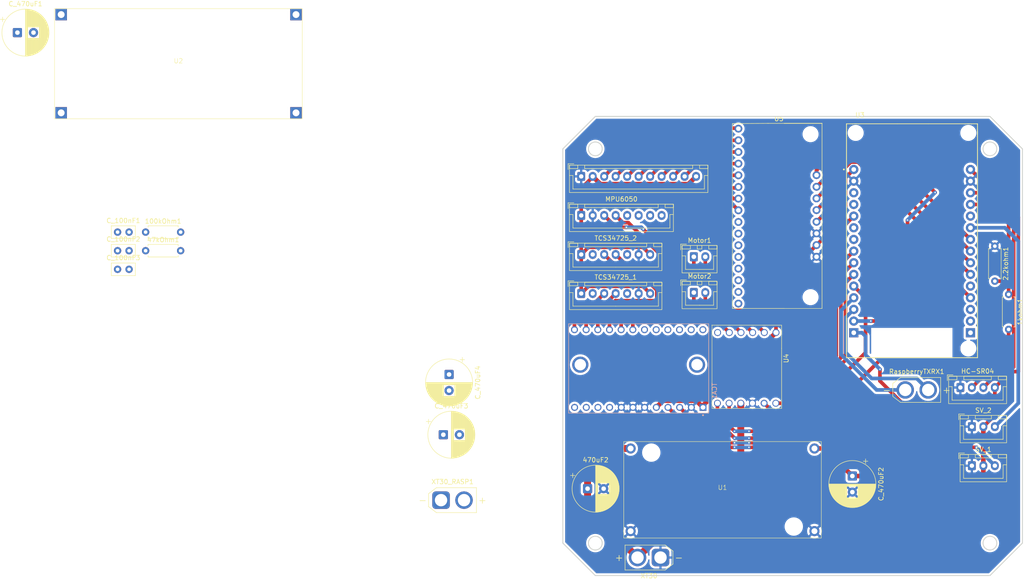
<source format=kicad_pcb>
(kicad_pcb (version 20241229) (generator "pcbnew") (generator_version "9.0")
  (layers (0 "F.Cu" signal) (2 "B.Cu" signal) (13 "F.Paste" user) (15 "B.Paste" user) (5 "F.SilkS" user "F.Silkscreen") (7 "B.SilkS" user "B.Silkscreen") (1 "F.Mask" user) (3 "B.Mask" user) (25 "Edge.Cuts" user))
  (net 0 "")
  (net 1 "/Echo5v")
  (net 2 "/Echo3.3v")
  (net 3 "GND")
  (net 4 "/BAT")
  (net 5 "/0+")
  (net 6 "/5V")
  (net 7 "/5V_LM")
  (net 8 "/Trig")
  (net 9 "/Motors/OUT1")
  (net 10 "/Motors/OUT2")
  (net 11 "/Motors/OUT4")
  (net 12 "/Motors/OUT3")
  (net 15 "/3.3v")
  (net 17 "/Multiplexers/SDA_IMU")
  (net 19 "/Multiplexers/SCL_IMU")
  (net 20 "/Multiplexers/OUT2")
  (net 21 "/Multiplexers/OUT5")
  (net 22 "/Multiplexers/OUT7")
  (net 23 "/Multiplexers/OUT1")
  (net 24 "/Multiplexers/OUT6")
  (net 25 "/Multiplexers/OUT3")
  (net 26 "/Multiplexers/OUT8")
  (net 27 "/Multiplexers/OUT4")
  (net 28 "/RX")
  (net 29 "/TX")
  (net 30 "/Multiplexers/SCL_S1")
  (net 31 "/SCL")
  (net 32 "/SV_1")
  (net 33 "/SV_2")
  (net 37 "/Multiplexers/SCL_S2")
  (net 38 "/SDA")
  (net 39 "/Multiplexers/SDA_S1")
  (net 43 "/Multiplexers/SDA_S2")
  (net 52 "/IN2")
  (net 53 "/IN1")
  (net 55 "/S2")
  (net 57 "/IN3")
  (net 58 "/S3")
  (net 61 "/S0")
  (net 63 "/IN4")
  (net 65 "/S1")
  (net 66 "/SIG")
  (footprint "Capacitor_THT:CP_Radial_D10.0mm_P3.50mm" (layer "F.Cu") (at 125.75 102.132323 -90)
    (property "Reference" "C_470uF4")
    (property "Value" "C_Polarized")
  )
  (footprint "Connector_AMASS:AMASS_XT30U-M_1x02_P5.0mm_Vertical" (layer "F.Cu") (at 171.75 142 180)
    (property "Reference" "XT30")
    (property "Value" "Conn_01x02_Socket")
  )
  (footprint "Capacitor_THT:C_Disc_D5.0mm_W2.5mm_P2.50mm" (layer "F.Cu") (at 53.62 79.23)
    (property "Reference" "C_100nF3")
    (property "Value" "C")
  )
  (footprint "Footprints Personalizados:CD7_TRUE" (layer "F.Cu") (at 197.5 67 -90)
    (property "Reference" "U5")
    (property "Value" "Cd74hc4067")
  )
  (footprint "Resistor_THT:R_Axial_DIN0207_L6.3mm_D2.5mm_P7.62mm_Horizontal" (layer "F.Cu") (at 59.72 75.18)
    (property "Reference" "47kOhm1")
    (property "Value" "R")
  )
  (footprint "Connector_AMASS:AMASS_XT30U-M_1x02_P5.0mm_Vertical" (layer "F.Cu") (at 124 129.5)
    (property "Reference" "XT30_RASP1")
    (property "Value" "Conn_01x02_Socket")
  )
  (footprint "Capacitor_THT:CP_Radial_D10.0mm_P3.50mm" (layer "F.Cu") (at 155.882323 127)
    (property "Reference" "470uF2")
    (property "Value" "C_Polarized")
  )
  (footprint "Connector_JST:JST_XH_B8B-XH-A_1x08_P2.50mm_Vertical" (layer "F.Cu") (at 154.5 67.5)
    (property "Reference" "MPU6050")
    (property "Value" "Conn_01x08_Socket")
  )
  (footprint "Resistor_THT:R_Axial_DIN0207_L6.3mm_D2.5mm_P7.62mm_Horizontal" (layer "F.Cu") (at 247.5 92.31 90)
    (property "Reference" "1kohm1")
    (property "Value" "R")
  )
  (footprint "Connector_JST:JST_XH_B11B-XH-A_1x11_P2.50mm_Vertical" (layer "F.Cu") (at 154.5 59)
    (property "Reference" "QTR-8A1" (hide yes))
    (property "Value" "Conn_01x11_Socket")
  )
  (footprint "Footprints Personalizados:MODULE_ESP32_DEVKIT_V1" (layer "F.Cu") (at 226.5 73)
    (property "Reference" "U3")
    (property "Value" "ESP32-DEVKIT-V1")
  )
  (footprint "Connector_JST:JST_XH_B4B-XH-A_1x04_P2.50mm_Vertical" (layer "F.Cu") (at 237 104.975)
    (property "Reference" "HC-SR04")
    (property "Value" "Conn_01x04_Socket")
  )
  (footprint "Footprints Personalizados:DRV8833" (layer "F.Cu") (at 191.07 101.8 180)
    (property "Reference" "U4")
    (property "Value" "DRV8833")
  )
  (footprint "Connector_JST:JST_XH_B3B-XH-A_1x03_P2.50mm_Vertical" (layer "F.Cu") (at 239.5 122)
    (property "Reference" "SV_1")
    (property "Value" "Conn_01x03_Socket")
  )
  (footprint "Capacitor_THT:CP_Radial_D10.0mm_P3.50mm" (layer "F.Cu") (at 213.5 124.25 -90)
    (property "Reference" "C_470uF2")
    (property "Value" "C_Polarized")
  )
  (footprint "Capacitor_THT:C_Disc_D5.0mm_W2.5mm_P2.50mm" (layer "F.Cu") (at 53.62 71.13)
    (property "Reference" "C_100nF1")
    (property "Value" "C")
  )
  (footprint "Connector_JST:JST_XH_B2B-XH-A_1x02_P2.50mm_Vertical" (layer "F.Cu") (at 179 84.3)
    (property "Reference" "Motor2")
    (property "Value" "Conn_01x02_Socket")
  )
  (footprint "Capacitor_THT:CP_Radial_D10.0mm_P3.50mm" (layer "F.Cu") (at 31.824646 27.68)
    (property "Reference" "C_470uF1")
    (property "Value" "C_Polarized")
  )
  (footprint "Connector_JST:JST_XH_B3B-XH-A_1x03_P2.50mm_Vertical" (layer "F.Cu") (at 239.5 113.5)
    (property "Reference" "SV_2")
    (property "Value" "Conn_01x03_Socket")
  )
  (footprint "Connector_AMASS:AMASS_XT30U-M_1x02_P5.0mm_Vertical" (layer "F.Cu") (at 225 105.5)
    (property "Reference" "RaspberryTXRX1")
    (property "Value" "Conn_01x02_Socket")
  )
  (footprint "Resistor_THT:R_Axial_DIN0207_L6.3mm_D2.5mm_P7.62mm_Horizontal" (layer "F.Cu") (at 244.5 74.19 -90)
    (property "Reference" "2.2kohm1")
    (property "Value" "R")
  )
  (footprint "Footprints Personalizados:Lm2596_ALT" (layer "F.Cu") (at 185.25 127.25)
    (property "Reference" "U1")
    (property "Value" "Lm2596 DC-DC Buck")
  )
  (footprint "Resistor_THT:R_Axial_DIN0207_L6.3mm_D2.5mm_P7.62mm_Horizontal" (layer "F.Cu") (at 59.72 71.13)
    (property "Reference" "100kOhm1")
    (property "Value" "R")
  )
  (footprint "Connector_JST:JST_XH_B7B-XH-A_1x07_P2.50mm_Vertical" (layer "F.Cu") (at 154.5 84.5)
    (property "Reference" "TCS34725_1")
    (property "Value" "Conn_01x07_Socket")
  )
  (footprint "Connector_JST:JST_XH_B2B-XH-A_1x02_P2.50mm_Vertical" (layer "F.Cu") (at 179 76.5)
    (property "Reference" "Motor1")
    (property "Value" "Conn_01x02_Socket")
  )
  (footprint "Footprints Personalizados:XL4015 DC Buck" (layer "F.Cu") (at 66.845 34.355)
    (property "Reference" "U2")
    (property "Value" "XL4015")
  )
  (footprint "Capacitor_THT:C_Disc_D5.0mm_W2.5mm_P2.50mm" (layer "F.Cu") (at 53.62 75.18)
    (property "Reference" "C_100nF2")
    (property "Value" "C")
  )
  (footprint "Connector_JST:JST_XH_B7B-XH-A_1x07_P2.50mm_Vertical" (layer "F.Cu") (at 154.5 76)
    (property "Reference" "TCS34725_2")
    (property "Value" "Conn_01x07_Socket")
  )
  (footprint "Capacitor_THT:CP_Radial_D10.0mm_P3.50mm" (layer "F.Cu") (at 124.5 115.25)
    (property "Reference" "C_470uF3")
    (property "Value" "C_Polarized")
  )
  (footprint "Footprints Personalizados:TCA9548_ALT" (layer "B.Cu") (at 167 100 90)
    (property "Reference" "TCA1")
    (property "Value" "2717")
  )
  (gr_line (start 150.5 53) (end 150.5 138.857864) (stroke (width 0.2)) (layer "Edge.Cuts"))
  (gr_line (start 250.5 138.857864) (end 250.5 53) (stroke (width 0.2)) (layer "Edge.Cuts"))
  (gr_line (start 157.571068 145.928932) (end 243.428932 145.928932) (stroke (width 0.2)) (layer "Edge.Cuts"))
  (gr_line (start 243.428932 45.928932) (end 157.571068 45.928932) (stroke (width 0.2)) (layer "Edge.Cuts"))
  (gr_circle (center 243.428932 53) (end 244.928932 53) (stroke (width 0.2)) (fill no) (layer "Edge.Cuts"))
  (gr_line (start 150.5 138.857864) (end 157.571068 145.928932) (stroke (width 0.2)) (layer "Edge.Cuts"))
  (gr_line (start 243.428932 145.928932) (end 250.5 138.857864) (stroke (width 0.2)) (layer "Edge.Cuts"))
  (gr_line (start 250.5 53) (end 243.428932 45.928932) (stroke (width 0.2)) (layer "Edge.Cuts"))
  (gr_line (start 157.571068 45.928932) (end 150.5 53) (stroke (width 0.2)) (layer "Edge.Cuts"))
  (gr_circle (center 157.571068 53) (end 159.071068 53) (stroke (width 0.2)) (fill no) (layer "Edge.Cuts"))
  (gr_circle (center 157.571068 138.857864) (end 159.071068 138.857864) (stroke (width 0.2)) (fill no) (layer "Edge.Cuts"))
  (gr_circle (center 243.428932 138.857864) (end 244.928932 138.857864) (stroke (width 0.2)) (fill no) (layer "Edge.Cuts"))
  (segment (start 244.977 99.498) (end 247.5 99.498) (width 0.8) (layer "F.Cu") (net 1))
  (segment (start 239.5 104.975) (end 244.977 99.498) (width 0.8) (layer "F.Cu") (net 1))
  (segment (start 247.5 99.498) (end 247.5 92.31) (width 0.8) (layer "F.Cu") (net 1))
  (segment (start 247.19 81.81) (end 244.5 81.81) (width 0.8) (layer "F.Cu") (net 2))
  (segment (start 247.5 81.5) (end 247.5 68.616256) (width 0.8) (layer "F.Cu") (net 2))
  (segment (start 243.988744 65.105) (end 239.2 65.105) (width 0.8) (layer "F.Cu") (net 2))
  (segment (start 247.5 81.5) (end 247.19 81.81) (width 0.8) (layer "F.Cu") (net 2))
  (segment (start 247.5 82) (end 247.5 81.5) (width 0.8) (layer "F.Cu") (net 2))
  (segment (start 247.5 84.69) (end 247.5 82) (width 0.8) (layer "F.Cu") (net 2))
  (segment (start 247.5 68.616256) (end 243.988744 65.105) (width 0.8) (layer "F.Cu") (net 2))
  (segment (start 155.882323 122.867677) (end 160.5 118.25) (width 1.5) (layer "F.Cu") (net 5))
  (segment (start 189.22 108.39) (end 189.22 119.53) (width 1.5) (layer "F.Cu") (net 5))
  (segment (start 160.5 118.25) (end 165.25 118.25) (width 1.5) (layer "F.Cu") (net 5))
  (segment (start 189.22 119.53) (end 166.75 142) (width 1.5) (layer "F.Cu") (net 5))
  (segment (start 155.882323 127) (end 155.882323 122.867677) (width 1.5) (layer "F.Cu") (net 5))
  (segment (start 155.882323 131.132323) (end 155.882323 127) (width 1.5) (layer "F.Cu") (net 5))
  (segment (start 166.75 142) (end 155.882323 131.132323) (width 1.5) (layer "F.Cu") (net 5))
  (segment (start 242 123.975) (end 242 122) (width 1) (layer "F.Cu") (net 7))
  (segment (start 244.5 111) (end 242 113.5) (width 0.8) (layer "F.Cu") (net 7))
  (segment (start 207.5 118.25) (end 213.5 124.25) (width 1) (layer "F.Cu") (net 7))
  (segment (start 241.725 124.25) (end 242 123.975) (width 1) (layer "F.Cu") (net 7))
  (segment (start 205.25 118.25) (end 207.5 118.25) (width 1) (layer "F.Cu") (net 7))
  (segment (start 249.599 67.884) (end 239.2 57.485) (width 0.8) (layer "F.Cu") (net 7))
  (segment (start 247.975 101.5) (end 249.599 101.5) (width 0.8) (layer "F.Cu") (net 7))
  (segment (start 244.5 104.975) (end 247.975 101.5) (width 0.8) (layer "F.Cu") (net 7))
  (segment (start 213.5 124.25) (end 241.725 124.25) (width 1) (layer "F.Cu") (net 7))
  (segment (start 249.599 101.5) (end 249.599 67.884) (width 0.8) (layer "F.Cu") (net 7))
  (segment (start 242 122) (end 242 113.5) (width 1) (layer "F.Cu") (net 7))
  (segment (start 244.5 104.975) (end 244.5 111) (width 0.8) (layer "F.Cu") (net 7))
  (segment (start 239.2 62.565) (end 242.864372 62.565) (width 0.8) (layer "F.Cu") (net 8))
  (segment (start 242.864372 62.565) (end 248.598 68.298628) (width 0.8) (layer "F.Cu") (net 8))
  (segment (start 248.598 100.499) (end 246.476 100.499) (width 0.8) (layer "F.Cu") (net 8))
  (segment (start 248.598 68.298628) (end 248.598 100.499) (width 0.8) (layer "F.Cu") (net 8))
  (segment (start 246.476 100.499) (end 242 104.975) (width 0.8) (layer "F.Cu") (net 8))
  (segment (start 181.5 76.5) (end 181.5 79.5) (width 0.8) (layer "F.Cu") (net 9))
  (segment (start 185 81) (end 185 86.819372) (width 0.8) (layer "F.Cu") (net 9))
  (segment (start 183.5 79.5) (end 185 81) (width 0.8) (layer "F.Cu") (net 9))
  (segment (start 181.5 79.5) (end 183.5 79.5) (width 0.8) (layer "F.Cu") (net 9))
  (segment (start 190.492 89.152) (end 194.34 93) (width 0.8) (layer "F.Cu") (net 9))
  (segment (start 185 86.819372) (end 187.332628 89.152) (width 0.8) (layer "F.Cu") (net 9))
  (segment (start 187.332628 89.152) (end 190.492 89.152) (width 0.8) (layer "F.Cu") (net 9))
  (segment (start 179 76.5) (end 179 79.5) (width 0.8) (layer "F.Cu") (net 10))
  (segment (start 186.918 90.153) (end 188.953 90.153) (width 0.8) (layer "F.Cu") (net 10))
  (segment (start 180.5 81) (end 183.5 81) (width 0.8) (layer "F.Cu") (net 10))
  (segment (start 179 79.5) (end 180.5 81) (width 0.8) (layer "F.Cu") (net 10))
  (segment (start 183.5 86.735) (end 186.918 90.153) (width 0.8) (layer "F.Cu") (net 10))
  (segment (start 188.953 90.153) (end 191.8 93) (width 0.8) (layer "F.Cu") (net 10))
  (segment (start 183.5 81) (end 183.5 86.735) (width 0.8) (layer "F.Cu") (net 10))
  (segment (start 182 88.276) (end 182 88.28) (width 0.8) (layer "F.Cu") (net 11))
  (segment (start 179.961 88.276) (end 182 88.276) (width 0.8) (layer "F.Cu") (net 11))
  (segment (start 179 87.315) (end 179.961 88.276) (width 0.8) (layer "F.Cu") (net 11))
  (segment (start 182 88.28) (end 186.72 93) (width 0.8) (layer "F.Cu") (net 11))
  (segment (start 179 87.315) (end 179 84.3) (width 0.8) (layer "F.Cu") (net 11))
  (segment (start 181.5 87.275) (end 182.624372 87.275) (width 0.8) (layer "F.Cu") (net 12))
  (segment (start 182.624372 87.275) (end 186.503372 91.154) (width 0.8) (layer "F.Cu") (net 12))
  (segment (start 186.503372 91.154) (end 187.414 91.154) (width 0.8) (layer "F.Cu") (net 12))
  (segment (start 181.5 84.3) (end 181.5 87.275) (width 0.8) (layer "F.Cu") (net 12))
  (segment (start 187.414 91.154) (end 189.26 93) (width 0.8) (layer "F.Cu") (net 12))
  (segment (start 179.5 59) (end 177.824 60.676) (width 1) (layer "F.Cu") (net 15))
  (segment (start 154.5 76) (end 154.5 84.5) (width 0.8) (layer "F.Cu") (net 15))
  (segment (start 157 59.125) (end 155.125 61) (width 0.8) (layer "F.Cu") (net 15))
  (segment (start 213.8 57.485) (end 212 59.285) (width 0.8) (layer "F.Cu") (net 15))
  (segment (start 187.747256 88.151) (end 196.729 88.151) (width 0.8) (layer "F.Cu") (net 15))
  (segment (start 207.16 72.5) (end 205.7 73.96) (width 0.8) (layer "F.Cu") (net 15))
  (segment (start 157 59) (end 157 59.125) (width 0.8) (layer "F.Cu") (net 15))
  (segment (start 196.88 82.78) (end 196.88 88) (width 0.8) (layer "F.Cu") (net 15))
  (segment (start 212 65.5) (end 207.5 70) (width 0.8) (layer "F.Cu") (net 15))
  (segment (start 156.076 74.424) (end 167.924 74.424) (width 0.8) (layer "F.Cu") (net 15))
  (segment (start 181 108.88) (end 196.88 93) (width 1) (layer "F.Cu") (net 15))
  (segment (start 186.001 86.404744) (end 187.747256 88.151) (width 0.8) (layer "F.Cu") (net 15))
  (segment (start 207.5 70) (end 207.5 72.5) (width 0.8) (layer "F.Cu") (net 15))
  (segment (start 207.5 72.5) (end 207.16 72.5) (width 0.8) (layer "F.Cu") (net 15))
  (segment (start 167.924 82.924) (end 169.5 84.5) (width 0.8) (layer "F.Cu") (net 15))
  (segment (start 154.5 67.5) (end 154.5 76) (width 0.8) (layer "F.Cu") (net 15))
  (segment (start 158.676 60.676) (end 157 59) (width 1) (layer "F.Cu") (net 15))
  (segment (start 186.001 86.404744) (end 186.001 68.853) (width 0.8) (layer "F.Cu") (net 15))
  (segment (start 177.824 60.676) (end 158.676 60.676) (width 1) (layer "F.Cu") (net 15))
  (segment (start 170.84 109.3) (end 172.295 107.845) (width 1) (layer "F.Cu") (net 15))
  (segment (start 155.125 61) (end 154.5 61) (width 0.8) (layer "F.Cu") (net 15))
  (segment (start 179.545 107.845) (end 181 109.3) (width 1) (layer "F.Cu") (net 15))
  (segment (start 212 59.285) (end 212 65.5) (width 0.8) (layer "F.Cu") (net 15))
  (segment (start 156.076 82.924) (end 167.924 82.924) (width 0.8) (layer "F.Cu") (net 15))
  (segment (start 154.5 61) (end 154.5 67.5) (width 0.8) (layer "F.Cu") (net 15))
  (segment (start 181 109.3) (end 181 108.88) (width 1) (layer "F.Cu") (net 15))
  (segment (start 186.001 68.853) (end 177.824 60.676) (width 0.8) (layer "F.Cu") (net 15))
  (segment (start 154.5 76) (end 156.076 74.424) (width 0.8) (layer "F.Cu") (net 15))
  (segment (start 196.729 88.151) (end 196.88 88) (width 0.8) (layer "F.Cu") (net 15))
  (segment (start 154.5 84.5) (end 156.076 82.924) (width 0.8) (layer "F.Cu") (net 15))
  (segment (start 205.7 73.96) (end 196.88 82.78) (width 0.8) (layer "F.Cu") (net 15))
  (segment (start 196.88 88) (end 196.88 93) (width 0.8) (layer "F.Cu") (net 15))
  (segment (start 167.924 74.424) (end 169.5 76) (width 0.8) (layer "F.Cu") (net 15))
  (segment (start 172.295 107.845) (end 179.545 107.845) (width 1) (layer "F.Cu") (net 15))
  (segment (start 163.19 89.888) (end 163.19 92.38) (width 0.8) (layer "F.Cu") (net 17))
  (segment (start 165 88.078) (end 171.753256 88.078) (width 0.8) (layer "F.Cu") (net 17))
  (segment (start 163.19 89.888) (end 165 88.078) (width 0.8) (layer "F.Cu") (net 17))
  (segment (start 163.576 69.076) (end 162 67.5) (width 0.8) (layer "F.Cu") (net 17))
  (segment (start 164.753024 69.076) (end 163.576 69.076) (width 0.8) (layer "F.Cu") (net 17))
  (segment (start 171.753256 88.078) (end 172.953 86.878256) (width 0.8) (layer "F.Cu") (net 17))
  (segment (start 172.953 86.878256) (end 172.953 77.275976) (width 0.8) (layer "F.Cu") (net 17))
  (segment (start 172.953 77.275976) (end 164.753024 69.076) (width 0.8) (layer "F.Cu") (net 17))
  (segment (start 173.954 87.292884) (end 171.746884 89.5) (width 0.8) (layer "F.Cu") (net 19))
  (segment (start 165.73 90.77) (end 165.73 92.38) (width 0.8) (layer "F.Cu") (net 19))
  (segment (start 173.954 76.454) (end 173.954 87.292884) (width 0.8) (layer "F.Cu") (net 19))
  (segment (start 167 89.5) (end 165.73 90.77) (width 0.8) (layer "F.Cu") (net 19))
  (segment (start 171.746884 89.5) (end 167 89.5) (width 0.8) (layer "F.Cu") (net 19))
  (segment (start 168 70.5) (end 173.954 76.454) (width 0.8) (layer "F.Cu") (net 19))
  (segment (start 159.5 67.5) (end 162.077 70.077) (width 0.8) (layer "F.Cu") (net 19))
  (segment (start 162.077 70.077) (end 164.338396 70.077) (width 0.8) (layer "F.Cu") (net 19))
  (via (at 164.338396 70.077) (size 0.6) (drill 0.3) (layers "F.Cu" "B.Cu") (net 19))
  (via (at 168 70.5) (size 0.6) (drill 0.3) (layers "F.Cu" "B.Cu") (net 19))
  (segment (start 164.338396 70.077) (end 167.577 70.077) (width 0.8) (layer "B.Cu") (net 19))
  (segment (start 167.577 70.077) (end 168 70.5) (width 0.8) (layer "B.Cu") (net 19))
  (segment (start 186.21814 51.14) (end 188.7 51.14) (width 0.8) (layer "F.Cu") (net 20))
  (segment (start 162 59) (end 171.504 49.496) (width 0.8) (layer "F.Cu") (net 20))
  (segment (start 171.504 49.496) (end 184.57414 49.496) (width 0.8) (layer "F.Cu") (net 20))
  (segment (start 184.57414 49.496) (end 186.21814 51.14) (width 0.8) (layer "F.Cu") (net 20))
  (segment (start 182.501 52.499) (end 183.330256 52.499) (width 0.8) (layer "F.Cu") (net 21))
  (segment (start 185.033442 54.202186) (end 185.033442 58.466558) (width 0.8) (layer "F.Cu") (net 21))
  (segment (start 176 52.5) (end 182.5 52.5) (width 0.8) (layer "F.Cu") (net 21))
  (segment (start 183.330256 52.499) (end 185.033442 54.202186) (width 0.8) (layer "F.Cu") (net 21))
  (segment (start 185.033442 58.466558) (end 185.326884 58.76) (width 0.8) (layer "F.Cu") (net 21))
  (segment (start 182.5 52.5) (end 182.501 52.499) (width 0.8) (layer "F.Cu") (net 21))
  (segment (start 169.5 59) (end 176 52.5) (width 0.8) (layer "F.Cu") (net 21))
  (segment (start 185.326884 58.76) (end 188.7 58.76) (width 0.8) (layer "F.Cu") (net 21))
  (segment (start 174.5 59) (end 179 54.5) (width 0.8) (layer "F.Cu") (net 22))
  (segment (start 183.001 59.265372) (end 187.575628 63.84) (width 0.8) (layer "F.Cu") (net 22))
  (segment (start 187.575628 63.84) (end 188.7 63.84) (width 0.8) (layer "F.Cu") (net 22))
  (segment (start 182.5 54.5) (end 183.001 55.001) (width 0.8) (layer "F.Cu") (net 22))
  (segment (start 183.001 55.001) (end 183.001 59.265372) (width 0.8) (layer "F.Cu") (net 22))
  (segment (start 179 54.5) (end 182.5 54.5) (width 0.8) (layer "F.Cu") (net 22))
  (segment (start 188.595 48.495) (end 188.7 48.6) (width 0.8) (layer "F.Cu") (net 23))
  (segment (start 170.005 48.495) (end 188.595 48.495) (width 0.8) (layer "F.Cu") (net 23))
  (segment (start 159.5 59) (end 170.005 48.495) (width 0.8) (layer "F.Cu") (net 23))
  (segment (start 177.5 53.5) (end 182.915628 53.5) (width 0.8) (layer "F.Cu") (net 24))
  (segment (start 182.915628 53.5) (end 184.002 54.586372) (width 0.8) (layer "F.Cu") (net 24))
  (segment (start 184.002 54.586372) (end 184.002 58.850744) (width 0.8) (layer "F.Cu") (net 24))
  (segment (start 188.5 61.5) (end 188.7 61.3) (width 0.8) (layer "F.Cu") (net 24))
  (segment (start 172 59) (end 177.5 53.5) (width 0.8) (layer "F.Cu") (net 24))
  (segment (start 184.002 58.850744) (end 186.651256 61.5) (width 0.8) (layer "F.Cu") (net 24))
  (segment (start 186.651256 61.5) (end 188.5 61.5) (width 0.8) (layer "F.Cu") (net 24))
  (segment (start 164.5 59) (end 173.003 50.497) (width 0.8) (layer "F.Cu") (net 25))
  (segment (start 187 53.337488) (end 187 53.5) (width 0.8) (layer "F.Cu") (net 25))
  (segment (start 187.18 53.68) (end 188.7 53.68) (width 0.8) (layer "F.Cu") (net 25))
  (segment (start 184.159512 50.497) (end 187 53.337488) (width 0.8) (layer "F.Cu") (net 25))
  (segment (start 173.003 50.497) (end 184.159512 50.497) (width 0.8) (layer "F.Cu") (net 25))
  (segment (start 187 53.5) (end 187.18 53.68) (width 0.8) (layer "F.Cu") (net 25))
  (segment (start 180.5 55.5) (end 182 55.5) (width 0.8) (layer "F.Cu") (net 26))
  (segment (start 177 59) (end 180.5 55.5) (width 0.8) (layer "F.Cu") (net 26))
  (segment (start 182 55.5) (end 182 59.68) (width 0.8) (layer "F.Cu") (net 26))
  (segment (start 182 59.68) (end 188.7 66.38) (width 0.8) (layer "F.Cu") (net 26))
  (segment (start 188.7 56.22) (end 186.754442 56.22) (width 0.8) (layer "F.Cu") (net 27))
  (segment (start 174.5 51.5) (end 167 59) (width 0.8) (layer "F.Cu") (net 27))
  (segment (start 186.034442 55.5) (end 186.034442 53.787558) (width 0.8) (layer "F.Cu") (net 27))
  (segment (start 183.744884 51.498) (end 182.416628 51.498) (width 0.8) (layer "F.Cu") (net 27))
  (segment (start 186.754442 56.22) (end 186.034442 55.5) (width 0.8) (layer "F.Cu") (net 27))
  (segment (start 186.034442 53.787558) (end 183.744884 51.498) (width 0.8) (layer "F.Cu") (net 27))
  (segment (start 182.414628 51.5) (end 174.5 51.5) (width 0.8) (layer "F.Cu") (net 27))
  (segment (start 182.416628 51.498) (end 182.414628 51.5) (width 0.8) (layer "F.Cu") (net 27))
  (segment (start 213.8 85.425) (end 211.068 88.157) (width 0.8) (layer "B.Cu") (net 28))
  (segment (start 211.068 88.157) (end 211.068 97.780601) (width 0.8) (layer "B.Cu") (net 28))
  (segment (start 211.068 97.780601) (end 218.787399 105.5) (width 0.8) (layer "B.Cu") (net 28))
  (segment (start 218.787399 105.5) (end 225 105.5) (width 0.8) (layer "B.Cu") (net 28))
  (segment (start 212.069 89.696) (end 212.069 97.365973) (width 0.8) (layer "B.Cu") (net 29))
  (segment (start 213.8 87.965) (end 212.069 89.696) (width 0.8) (layer "B.Cu") (net 29))
  (segment (start 212.069 97.365973) (end 217.702027 102.999) (width 0.8) (layer "B.Cu") (net 29))
  (segment (start 227.499 102.999) (end 230 105.5) (width 0.8) (layer "B.Cu") (net 29))
  (segment (start 217.702027 102.999) (end 227.499 102.999) (width 0.8) (layer "B.Cu") (net 29))
  (segment (start 159 87.5) (end 157 87.5) (width 0.8) (layer "F.Cu") (net 30))
  (segment (start 157 87.5) (end 155.57 88.93) (width 0.8) (layer "F.Cu") (net 30))
  (segment (start 155.57 88.93) (end 155.57 92.38) (width 0.8) (layer "F.Cu") (net 30))
  (segment (start 162 84.5) (end 159 87.5) (width 0.8) (layer "F.Cu") (net 30))
  (segment (start 200.5 118) (end 219.624 98.876) (width 0.8) (layer "F.Cu") (net 31))
  (segment (start 234.3621 90.5) (end 217.5 90.5) (width 0.8) (layer "F.Cu") (net 31))
  (segment (start 236.579 92.7169) (end 234.3621 90.5) (width 0.8) (layer "F.Cu") (net 31))
  (segment (start 173.38 109.3) (end 182.08 118) (width 0.8) (layer "F.Cu") (net 31))
  (segment (start 235.4461 98.876) (end 236.579 97.7431) (width 0.8) (layer "F.Cu") (net 31))
  (segment (start 191 118) (end 200.5 118) (width 0.8) (layer "F.Cu") (net 31))
  (segment (start 182.08 118) (end 187.869 118) (width 0.8) (layer "F.Cu") (net 31))
  (segment (start 236.579 97.7431) (end 236.579 92.7169) (width 0.8) (layer "F.Cu") (net 31))
  (segment (start 219.624 98.876) (end 235.4461 98.876) (width 0.8) (layer "F.Cu") (net 31))
  (via (at 187.869 118) (size 0.6) (drill 0.3) (layers "F.Cu" "B.Cu") (net 31))
  (via (at 217.5 90.5) (size 0.6) (drill 0.3) (layers "F.Cu" "B.Cu") (net 31))
  (via (at 191 118) (size 0.6) (drill 0.3) (layers "F.Cu" "B.Cu") (net 31))
  (segment (start 217.5 90.5) (end 213.805 90.5) (width 0.8) (layer "B.Cu") (net 31))
  (segment (start 187.869 118) (end 191 118) (width 0.8) (layer "B.Cu") (net 31))
  (segment (start 213.805 90.5) (end 213.8 90.505) (width 0.8) (layer "B.Cu") (net 31))
  (segment (start 219.5 103.536949) (end 233.963051 118) (width 0.8) (layer "F.Cu") (net 32))
  (segment (start 233.963051 118) (end 240.5 118) (width 0.8) (layer "F.Cu") (net 32))
  (segment (start 219.5 101) (end 219.5 103.536949) (width 0.8) (layer "F.Cu") (net 32))
  (via (at 240.5 118) (size 0.6) (drill 0.3) (layers "F.Cu" "B.Cu") (net 32))
  (via (at 219.5 101) (size 0.6) (drill 0.3) (layers "F.Cu" "B.Cu") (net 32))
  (segment (start 216.371 93.816) (end 216.371 97.871) (width 0.8) (layer "B.Cu") (net 32))
  (segment (start 216.371 97.871) (end 219.5 101) (width 0.8) (layer "B.Cu") (net 32))
  (segment (start 215.6 93.045) (end 216.371 93.816) (width 0.8) (layer "B.Cu") (net 32))
  (segment (start 213.8 93.045) (end 215.6 93.045) (width 0.8) (layer "B.Cu") (net 32))
  (segment (start 240.5 118) (end 244.5 122) (width 0.8) (layer "B.Cu") (net 32))
  (segment (start 249.599 73.099) (end 246.685 70.185) (width 0.8) (layer "B.Cu") (net 33))
  (segment (start 246.685 70.185) (end 239.2 70.185) (width 0.8) (layer "B.Cu") (net 33))
  (segment (start 244.5 113.5) (end 249.599 108.401) (width 0.8) (layer "B.Cu") (net 33))
  (segment (start 249.599 108.401) (end 249.599 73.099) (width 0.8) (layer "B.Cu") (net 33))
  (segment (start 171.338628 87.077) (end 162.5 87.077) (width 0.8) (layer "F.Cu") (net 37))
  (segment (start 171.952 86.463628) (end 171.338628 87.077) (width 0.8) (layer "F.Cu") (net 37))
  (segment (start 162 76) (end 166.922 80.922) (width 0.8) (layer "F.Cu") (net 37))
  (segment (start 162.5 87.077) (end 160.65 88.927) (width 0.8) (layer "F.Cu") (net 37))
  (segment (start 171.952 83.359348) (end 171.952 86.463628) (width 0.8) (layer "F.Cu") (net 37))
  (segment (start 169.514652 80.922) (end 171.952 83.359348) (width 0.8) (layer "F.Cu") (net 37))
  (segment (start 160.65 88.927) (end 160.65 92.38) (width 0.8) (layer "F.Cu") (net 37))
  (segment (start 166.922 80.922) (end 169.514652 80.922) (width 0.8) (layer "F.Cu") (net 37))
  (segment (start 191 117) (end 196.736973 117) (width 0.8) (layer "F.Cu") (net 38))
  (segment (start 196.736973 117) (end 216.371 97.365973) (width 0.8) (layer "F.Cu") (net 38))
  (segment (start 175.92 109.3) (end 183.62 117) (width 0.8) (layer "F.Cu") (net 38))
  (segment (start 183.62 117) (end 187.869 117) (width 0.8) (layer "F.Cu") (net 38))
  (segment (start 216.371 85.456) (end 213.8 82.885) (width 0.8) (layer "F.Cu") (net 38))
  (segment (start 216.371 97.365973) (end 216.371 85.456) (width 0.8) (layer "F.Cu") (net 38))
  (via (at 191 117) (size 0.6) (drill 0.3) (layers "F.Cu" "B.Cu") (net 38))
  (via (at 187.869 117) (size 0.6) (drill 0.3) (layers "F.Cu" "B.Cu") (net 38))
  (segment (start 187.869 117) (end 191 117) (width 0.8) (layer "B.Cu") (net 38))
  (segment (start 159.5 84.5) (end 157.5 86.5) (width 0.8) (layer "F.Cu") (net 39))
  (segment (start 155.5 86.5) (end 153.03 88.97) (width 0.8) (layer "F.Cu") (net 39))
  (segment (start 153.03 88.97) (end 153.03 92.38) (width 0.8) (layer "F.Cu") (net 39))
  (segment (start 157.5 86.5) (end 155.5 86.5) (width 0.8) (layer "F.Cu") (net 39))
  (segment (start 170.924 86.076) (end 161.924 86.076) (width 0.8) (layer "F.Cu") (net 43))
  (segment (start 161.924 86.076) (end 159.499 88.501) (width 0.8) (layer "F.Cu") (net 43))
  (segment (start 169.100024 81.923) (end 170.951 83.773976) (width 0.8) (layer "F.Cu") (net 43))
  (segment (start 170.951 83.773976) (end 170.951 86.049) (width 0.8) (layer "F.Cu") (net 43))
  (segment (start 159.499 88.501) (end 158.5 88.501) (width 0.8) (layer "F.Cu") (net 43))
  (segment (start 159.5 76) (end 165.423 81.923) (width 0.8) (layer "F.Cu") (net 43))
  (segment (start 158.5 88.501) (end 158.11 88.891) (width 0.8) (layer "F.Cu") (net 43))
  (segment (start 158.11 88.891) (end 158.11 92.38) (width 0.8) (layer "F.Cu") (net 43))
  (segment (start 170.951 86.049) (end 170.924 86.076) (width 0.8) (layer "F.Cu") (net 43))
  (segment (start 165.423 81.923) (end 169.100024 81.923) (width 0.8) (layer "F.Cu") (net 43))
  (segment (start 197.792186 110.292186) (end 209.999 98.085372) (width 0.8) (layer "F.Cu") (net 52))
  (segment (start 209.999 79.066) (end 213.8 75.265) (width 0.8) (layer "F.Cu") (net 52))
  (segment (start 196.202186 110.292186) (end 197.792186 110.292186) (width 0.8) (layer "F.Cu") (net 52))
  (segment (start 194.3 108.39) (end 196.202186 110.292186) (width 0.8) (layer "F.Cu") (net 52))
  (segment (start 209.999 98.085372) (end 209.999 79.066) (width 0.8) (layer "F.Cu") (net 52))
  (segment (start 198.278744 108.39) (end 208.834372 97.834372) (width 0.8) (layer "F.Cu") (net 53))
  (segment (start 196.84 108.39) (end 198.278744 108.39) (width 0.8) (layer "F.Cu") (net 53))
  (segment (start 208.834372 72.610628) (end 213.8 67.645) (width 0.8) (layer "F.Cu") (net 53))
  (segment (start 208.834372 97.834372) (end 208.834372 72.610628) (width 0.8) (layer "F.Cu") (net 53))
  (segment (start 208.997 60.503) (end 208.997 57.192588) (width 0.8) (layer "F.Cu") (net 55))
  (segment (start 208.997 57.192588) (end 212.307588 53.882) (width 0.8) (layer "F.Cu") (net 55))
  (segment (start 205.7 63.8) (end 208.997 60.503) (width 0.8) (layer "F.Cu") (net 55))
  (segment (start 217.817 53.882) (end 239.2 75.265) (width 0.8) (layer "F.Cu") (net 55))
  (segment (start 212.307588 53.882) (end 217.817 53.882) (width 0.8) (layer "F.Cu") (net 55))
  (segment (start 195 114.5) (end 211 98.5) (width 0.8) (layer "F.Cu") (net 57))
  (segment (start 186.68 108.39) (end 186.68 113.311) (width 0.8) (layer "F.Cu") (net 57))
  (segment (start 211 80.605) (end 213.8 77.805) (width 0.8) (layer "F.Cu") (net 57))
  (segment (start 191 114.5) (end 195 114.5) (width 0.8) (layer "F.Cu") (net 57))
  (segment (start 211 98.5) (end 211 80.605) (width 0.8) (layer "F.Cu") (net 57))
  (segment (start 186.68 113.311) (end 187.869 114.5) (width 0.8) (layer "F.Cu") (net 57))
  (via (at 187.869 114.5) (size 0.6) (drill 0.3) (layers "F.Cu" "B.Cu") (net 57))
  (via (at 191 114.5) (size 0.6) (drill 0.3) (layers "F.Cu" "B.Cu") (net 57))
  (segment (start 187.869 114.5) (end 191 114.5) (width 0.8) (layer "B.Cu") (net 57))
  (segment (start 207.996 58.964) (end 207.996 56.77796) (width 0.8) (layer "F.Cu") (net 58))
  (segment (start 205.7 61.26) (end 207.996 58.964) (width 0.8) (layer "F.Cu") (net 58))
  (segment (start 219.356 52.881) (end 239.2 72.725) (width 0.8) (layer "F.Cu") (net 58))
  (segment (start 211.89296 52.881) (end 219.356 52.881) (width 0.8) (layer "F.Cu") (net 58))
  (segment (start 207.996 56.77796) (end 211.89296 52.881) (width 0.8) (layer "F.Cu") (net 58))
  (segment (start 210.999 63.581) (end 210.999 58.021844) (width 0.8) (layer "F.Cu") (net 61))
  (segment (start 210.999 58.021844) (end 213.136844 55.884) (width 0.8) (layer "F.Cu") (net 61))
  (segment (start 205.7 68.88) (end 210.999 63.581) (width 0.8) (layer "F.Cu") (net 61))
  (segment (start 214.739 55.884) (end 239.2 80.345) (width 0.8) (layer "F.Cu") (net 61))
  (segment (start 213.136844 55.884) (end 214.739 55.884) (width 0.8) (layer "F.Cu") (net 61))
  (segment (start 191 116) (end 195 116) (width 0.8) (layer "F.Cu") (net 63))
  (segment (start 184.14 112.271) (end 187.869 116) (width 0.8) (layer "F.Cu") (net 63))
  (segment (start 184.14 108.39) (end 184.14 112.271) (width 0.8) (layer "F.Cu") (net 63))
  (segment (start 195 116) (end 212 99) (width 0.8) (layer "F.Cu") (net 63))
  (segment (start 212 82.145) (end 213.8 80.345) (width 0.8) (layer "F.Cu") (net 63))
  (segment (start 212 99) (end 212 82.145) (width 0.8) (layer "F.Cu") (net 63))
  (via (at 191 116) (size 0.6) (drill 0.3) (layers "F.Cu" "B.Cu") (net 63))
  (via (at 187.869 116) (size 0.6) (drill 0.3) (layers "F.Cu" "B.Cu") (net 63))
  (segment (start 187.869 116) (end 191 116) (width 0.8) (layer "B.Cu") (net 63))
  (segment (start 205.7 66.34) (end 209.998 62.042) (width 0.8) (layer "F.Cu") (net 65))
  (segment (start 212.722216 54.883) (end 216.278 54.883) (width 0.8) (layer "F.Cu") (net 65))
  (segment (start 216.278 54.883) (end 239.2 77.805) (width 0.8) (layer "F.Cu") (net 65))
  (segment (start 209.998 62.042) (end 209.998 57.607216) (width 0.8) (layer "F.Cu") (net 65))
  (segment (start 209.998 57.607216) (end 212.722216 54.883) (width 0.8) (layer "F.Cu") (net 65))
  (segment (start 225.5 71.725) (end 239.2 85.425) (width 0.8) (layer "F.Cu") (net 66))
  (segment (start 211.478332 51.88) (end 220.88 51.88) (width 0.8) (layer "F.Cu") (net 66))
  (segment (start 225.5 68.5) (end 225.5 71.725) (width 0.8) (layer "F.Cu") (net 66))
  (segment (start 205.7 57.658332) (end 211.478332 51.88) (width 0.8) (layer "F.Cu") (net 66))
  (segment (start 220.88 51.88) (end 231.5 62.5) (width 0.8) (layer "F.Cu") (net 66))
  (segment (start 205.7 58.72) (end 205.7 57.658332) (width 0.8) (layer "F.Cu") (net 66))
  (via (at 225.5 68.5) (size 0.6) (drill 0.3) (layers "F.Cu" "B.Cu") (net 66))
  (via (at 231.5 62.5) (size 0.6) (drill 0.3) (layers "F.Cu" "B.Cu") (net 66))
  (segment (start 231.5 62.5) (end 225.5 68.5) (width 0.8) (layer "B.Cu") (net 66))
  (zone (net 3) (net_name "GND") (layer "B.Cu") (connect_pads (clearance 0.5)) (min_thickness 0.25) (fill yes (thermal_gap 0.5) (thermal_bridge_width 0.5))
    (polygon (pts (xy 157.5 46) (xy 150.5 53) (xy 150.5 139) (xy 157.5 146) (xy 243.5 146) (xy 250.5 139) (xy 250.5 53) (xy 243.5 46)))
  )
)
</source>
